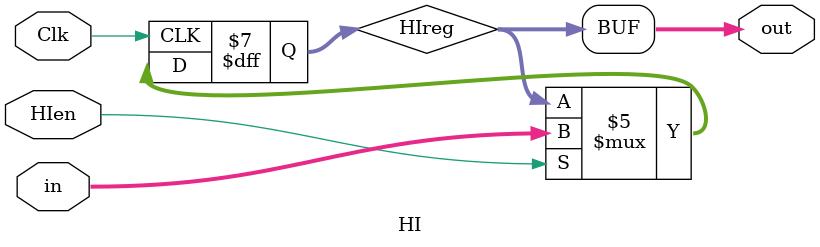
<source format=v>
`timescale 1ns / 1ps


module HI(in, out, HIen, Clk);
    input HIen, Clk;
    input [31:0] in;
    output reg [31:0] out;
    
    reg [31:0] HIreg;
    
    initial begin
        HIreg <= 0;
    end
    
    always @(posedge Clk) begin
        if (HIen == 1) begin
            HIreg <= in;
        end
    end
    always @(*) begin
        out <= HIreg;
    end

endmodule
</source>
